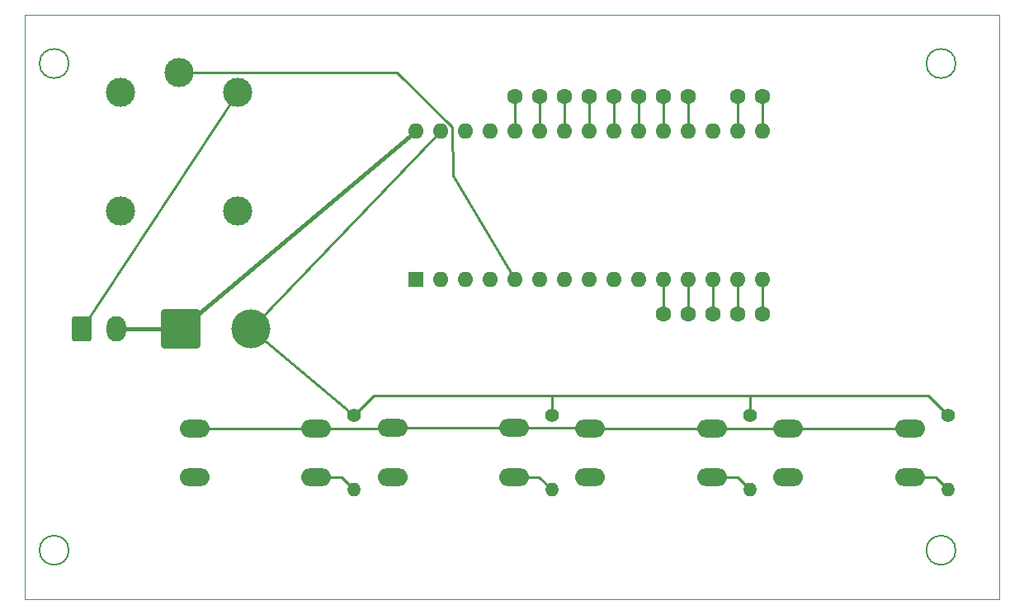
<source format=gbr>
%TF.GenerationSoftware,KiCad,Pcbnew,(6.0.7)*%
%TF.CreationDate,2023-03-20T00:03:39-04:00*%
%TF.ProjectId,timer,74696d65-722e-46b6-9963-61645f706362,rev?*%
%TF.SameCoordinates,Original*%
%TF.FileFunction,Copper,L1,Top*%
%TF.FilePolarity,Positive*%
%FSLAX46Y46*%
G04 Gerber Fmt 4.6, Leading zero omitted, Abs format (unit mm)*
G04 Created by KiCad (PCBNEW (6.0.7)) date 2023-03-20 00:03:39*
%MOMM*%
%LPD*%
G01*
G04 APERTURE LIST*
G04 Aperture macros list*
%AMRoundRect*
0 Rectangle with rounded corners*
0 $1 Rounding radius*
0 $2 $3 $4 $5 $6 $7 $8 $9 X,Y pos of 4 corners*
0 Add a 4 corners polygon primitive as box body*
4,1,4,$2,$3,$4,$5,$6,$7,$8,$9,$2,$3,0*
0 Add four circle primitives for the rounded corners*
1,1,$1+$1,$2,$3*
1,1,$1+$1,$4,$5*
1,1,$1+$1,$6,$7*
1,1,$1+$1,$8,$9*
0 Add four rect primitives between the rounded corners*
20,1,$1+$1,$2,$3,$4,$5,0*
20,1,$1+$1,$4,$5,$6,$7,0*
20,1,$1+$1,$6,$7,$8,$9,0*
20,1,$1+$1,$8,$9,$2,$3,0*%
G04 Aperture macros list end*
%TA.AperFunction,Profile*%
%ADD10C,0.150000*%
%TD*%
%TA.AperFunction,Profile*%
%ADD11C,0.100000*%
%TD*%
%TA.AperFunction,ComponentPad*%
%ADD12C,1.600000*%
%TD*%
%TA.AperFunction,ComponentPad*%
%ADD13C,3.000000*%
%TD*%
%TA.AperFunction,ComponentPad*%
%ADD14O,1.600000X1.600000*%
%TD*%
%TA.AperFunction,ComponentPad*%
%ADD15R,1.600000X1.600000*%
%TD*%
%TA.AperFunction,ComponentPad*%
%ADD16RoundRect,0.250000X-1.750000X-1.750000X1.750000X-1.750000X1.750000X1.750000X-1.750000X1.750000X0*%
%TD*%
%TA.AperFunction,ComponentPad*%
%ADD17C,4.000000*%
%TD*%
%TA.AperFunction,ComponentPad*%
%ADD18O,3.048000X1.850000*%
%TD*%
%TA.AperFunction,ComponentPad*%
%ADD19C,1.400000*%
%TD*%
%TA.AperFunction,ComponentPad*%
%ADD20O,1.400000X1.400000*%
%TD*%
%TA.AperFunction,ComponentPad*%
%ADD21O,2.000000X2.600000*%
%TD*%
%TA.AperFunction,ComponentPad*%
%ADD22RoundRect,0.250000X-0.750000X-1.050000X0.750000X-1.050000X0.750000X1.050000X-0.750000X1.050000X0*%
%TD*%
%TA.AperFunction,Conductor*%
%ADD23C,0.250000*%
%TD*%
%TA.AperFunction,Conductor*%
%ADD24C,0.400000*%
%TD*%
G04 APERTURE END LIST*
D10*
X121500000Y-60000000D02*
G75*
G03*
X121500000Y-60000000I-1500000J0D01*
G01*
X212500000Y-60000000D02*
G75*
G03*
X212500000Y-60000000I-1500000J0D01*
G01*
X121500000Y-110000000D02*
G75*
G03*
X121500000Y-110000000I-1500000J0D01*
G01*
D11*
X117000000Y-55000000D02*
X217000000Y-55000000D01*
X217000000Y-55000000D02*
X217000000Y-115000000D01*
X217000000Y-115000000D02*
X117000000Y-115000000D01*
X117000000Y-115000000D02*
X117000000Y-55000000D01*
D10*
X212500000Y-110000000D02*
G75*
G03*
X212500000Y-110000000I-1500000J0D01*
G01*
D12*
%TO.P,3.3V,*%
%TO.N,unconnected-(A1-Pad17)*%
X190170000Y-63424000D03*
%TD*%
%TO.P,D13,*%
%TO.N,unconnected-(A1-Pad16)*%
X192710000Y-63424000D03*
%TD*%
%TO.P,A1,*%
%TO.N,unconnected-(A1-Pad20)*%
X182550000Y-63424000D03*
%TD*%
%TO.P,A0,*%
%TO.N,unconnected-(A1-Pad19)*%
X185090000Y-63424000D03*
%TD*%
%TO.P,A2,*%
%TO.N,unconnected-(A1-Pad21)*%
X180010000Y-63424000D03*
%TD*%
%TO.P,A4,*%
%TO.N,unconnected-(A1-Pad23)*%
X174930000Y-63424000D03*
%TD*%
%TO.P,A6,*%
%TO.N,unconnected-(A1-Pad25)*%
X169850000Y-63424000D03*
%TD*%
%TO.P,A3,*%
%TO.N,unconnected-(A1-Pad22)*%
X177470000Y-63424000D03*
%TD*%
%TO.P,A5,*%
%TO.N,unconnected-(A1-Pad24)*%
X172390000Y-63424000D03*
%TD*%
%TO.P,A7,*%
%TO.N,unconnected-(A1-Pad26)*%
X167310000Y-63424000D03*
%TD*%
%TO.P,D12,*%
%TO.N,unconnected-(A1-Pad15)*%
X192710000Y-85776000D03*
%TD*%
%TO.P,D11,*%
%TO.N,unconnected-(A1-Pad14)*%
X190170000Y-85776000D03*
%TD*%
%TO.P,D10,*%
%TO.N,unconnected-(A1-Pad13)*%
X187630000Y-85776000D03*
%TD*%
%TO.P,D9,*%
%TO.N,unconnected-(A1-Pad12)*%
X185090000Y-85776000D03*
%TD*%
%TO.P,D8,*%
%TO.N,unconnected-(A1-Pad11)*%
X182550000Y-85776000D03*
%TD*%
D13*
%TO.P,Relay,11*%
%TO.N,Net-(K2-Pad11)*%
X132800000Y-60950000D03*
%TO.P,Relay,12*%
%TO.N,unconnected-(K2-Pad12)*%
X138800000Y-75150000D03*
%TO.P,Relay,14*%
%TO.N,Net-(V2-Pad2)*%
X126800000Y-75150000D03*
%TO.P,Relay,A1*%
X126800000Y-62950000D03*
%TO.P,Relay,A2*%
%TO.N,Net-(LS1-Pad1)*%
X138800000Y-62950000D03*
%TD*%
D14*
%TO.P,A1,30,VIN*%
%TO.N,Net-(LS1-Pad2)*%
X157150000Y-66970000D03*
%TO.P,A1,29,GND*%
%TO.N,Net-(V2-Pad2)*%
X159690000Y-66970000D03*
%TO.P,A1,28,~{RESET}*%
%TO.N,unconnected-(A1-Pad28)*%
X162230000Y-66970000D03*
%TO.P,A1,27,+5V*%
%TO.N,Net-(SW1-Pad1)*%
X164770000Y-66970000D03*
%TO.P,A1,26,A7*%
%TO.N,unconnected-(A1-Pad26)*%
X167310000Y-66970000D03*
%TO.P,A1,25,A6*%
%TO.N,unconnected-(A1-Pad25)*%
X169850000Y-66970000D03*
%TO.P,A1,24,A5*%
%TO.N,unconnected-(A1-Pad24)*%
X172390000Y-66970000D03*
%TO.P,A1,23,A4*%
%TO.N,unconnected-(A1-Pad23)*%
X174930000Y-66970000D03*
%TO.P,A1,22,A3*%
%TO.N,unconnected-(A1-Pad22)*%
X177470000Y-66970000D03*
%TO.P,A1,21,A2*%
%TO.N,unconnected-(A1-Pad21)*%
X180010000Y-66970000D03*
%TO.P,A1,20,A1*%
%TO.N,unconnected-(A1-Pad20)*%
X182550000Y-66970000D03*
%TO.P,A1,19,A0*%
%TO.N,unconnected-(A1-Pad19)*%
X185090000Y-66970000D03*
%TO.P,A1,18,AREF*%
%TO.N,unconnected-(A1-Pad18)*%
X187630000Y-66970000D03*
%TO.P,A1,17,3V3*%
%TO.N,unconnected-(A1-Pad17)*%
X190170000Y-66970000D03*
%TO.P,A1,16,D13*%
%TO.N,unconnected-(A1-Pad16)*%
X192710000Y-66970000D03*
%TO.P,A1,15,D12*%
%TO.N,unconnected-(A1-Pad15)*%
X192710000Y-82210000D03*
%TO.P,A1,14,D11*%
%TO.N,unconnected-(A1-Pad14)*%
X190170000Y-82210000D03*
%TO.P,A1,13,D10*%
%TO.N,unconnected-(A1-Pad13)*%
X187630000Y-82210000D03*
%TO.P,A1,12,D9*%
%TO.N,unconnected-(A1-Pad12)*%
X185090000Y-82210000D03*
%TO.P,A1,11,D8*%
%TO.N,unconnected-(A1-Pad11)*%
X182550000Y-82210000D03*
%TO.P,A1,10,D7*%
%TO.N,Net-(R5-Pad2)*%
X180010000Y-82210000D03*
%TO.P,A1,9,D6*%
%TO.N,Net-(R3-Pad2)*%
X177470000Y-82210000D03*
%TO.P,A1,8,D5*%
%TO.N,Net-(R2-Pad2)*%
X174930000Y-82210000D03*
%TO.P,A1,7,D4*%
%TO.N,Net-(R1-Pad2)*%
X172390000Y-82210000D03*
%TO.P,A1,6,D3*%
%TO.N,unconnected-(A1-Pad6)*%
X169850000Y-82210000D03*
%TO.P,A1,5,D2*%
%TO.N,Net-(K2-Pad11)*%
X167310000Y-82210000D03*
%TO.P,A1,4,GND*%
%TO.N,unconnected-(A1-Pad4)*%
X164770000Y-82210000D03*
%TO.P,A1,3,~{RESET}*%
%TO.N,unconnected-(A1-Pad3)*%
X162230000Y-82210000D03*
%TO.P,A1,2,D0/RX*%
%TO.N,unconnected-(A1-Pad2)*%
X159690000Y-82210000D03*
D15*
%TO.P,A1,1,D1/TX*%
%TO.N,unconnected-(A1-Pad1)*%
X157150000Y-82210000D03*
%TD*%
D16*
%TO.P,Battery,1,+*%
%TO.N,Net-(LS1-Pad2)*%
X133020000Y-87300000D03*
D17*
%TO.P,Battery,2,-*%
%TO.N,Net-(V2-Pad2)*%
X140220000Y-87300000D03*
%TD*%
D18*
%TO.P,SW4,1,1*%
%TO.N,Net-(R5-Pad2)*%
X207840000Y-102500000D03*
X195340000Y-102500000D03*
%TO.P,SW4,2,2*%
%TO.N,Net-(SW1-Pad1)*%
X207840000Y-97500000D03*
X195340000Y-97500000D03*
%TD*%
%TO.P,SW3,1,1*%
%TO.N,Net-(R3-Pad2)*%
X187520000Y-102500000D03*
X175020000Y-102500000D03*
%TO.P,SW3,2,2*%
%TO.N,Net-(SW1-Pad1)*%
X187520000Y-97500000D03*
X175020000Y-97500000D03*
%TD*%
%TO.P,SW2,1,1*%
%TO.N,Net-(SW1-Pad1)*%
X154720000Y-97460000D03*
X167220000Y-97460000D03*
%TO.P,SW2,2,2*%
%TO.N,Net-(R2-Pad2)*%
X154720000Y-102460000D03*
X167220000Y-102460000D03*
%TD*%
%TO.P,SW1,1,1*%
%TO.N,Net-(SW1-Pad1)*%
X134400000Y-97500000D03*
X146900000Y-97500000D03*
%TO.P,SW1,2,2*%
%TO.N,Net-(R1-Pad2)*%
X134400000Y-102500000D03*
X146900000Y-102500000D03*
%TD*%
D19*
%TO.P,R5,1*%
%TO.N,Net-(V2-Pad2)*%
X211760000Y-96190000D03*
D20*
%TO.P,R5,2*%
%TO.N,Net-(R5-Pad2)*%
X211760000Y-103810000D03*
%TD*%
D19*
%TO.P,R3,1*%
%TO.N,Net-(V2-Pad2)*%
X191440000Y-96190000D03*
D20*
%TO.P,R3,2*%
%TO.N,Net-(R3-Pad2)*%
X191440000Y-103810000D03*
%TD*%
D19*
%TO.P,R2,1*%
%TO.N,Net-(V2-Pad2)*%
X171120000Y-96190000D03*
D20*
%TO.P,R2,2*%
%TO.N,Net-(R2-Pad2)*%
X171120000Y-103810000D03*
%TD*%
%TO.P,R1,2*%
%TO.N,Net-(R1-Pad2)*%
X150800000Y-103810000D03*
D19*
%TO.P,R1,1*%
%TO.N,Net-(V2-Pad2)*%
X150800000Y-96190000D03*
%TD*%
D21*
%TO.P,Speaker,2,2*%
%TO.N,Net-(LS1-Pad2)*%
X126360000Y-87300000D03*
D22*
%TO.P,Speaker,1,1*%
%TO.N,Net-(LS1-Pad1)*%
X122860000Y-87300000D03*
%TD*%
D23*
%TO.N,Net-(SW1-Pad1)*%
X195340000Y-97500000D02*
X207840000Y-97500000D01*
X187520000Y-97500000D02*
X195340000Y-97500000D01*
X175020000Y-97500000D02*
X187520000Y-97500000D01*
X174980000Y-97460000D02*
X175020000Y-97500000D01*
X167220000Y-97460000D02*
X174980000Y-97460000D01*
X154720000Y-97460000D02*
X167220000Y-97460000D01*
%TO.N,Net-(V2-Pad2)*%
X150800000Y-96190000D02*
X140220000Y-87300000D01*
X140220000Y-87300000D02*
X159690000Y-66970000D01*
%TO.N,Net-(K2-Pad11)*%
X155203491Y-60892500D02*
X133020000Y-60892500D01*
X160815000Y-66504009D02*
X155203491Y-60892500D01*
X160960000Y-71552000D02*
X160815000Y-66504009D01*
X167310000Y-82210000D02*
X160960000Y-71552000D01*
D24*
%TO.N,Net-(LS1-Pad2)*%
X133020000Y-87300000D02*
X157150000Y-66970000D01*
D23*
%TO.N,Net-(LS1-Pad1)*%
X122860000Y-87300000D02*
X138800000Y-62950000D01*
%TO.N,Net-(V2-Pad2)*%
X191440000Y-96190000D02*
X191440000Y-94158000D01*
X191440000Y-94158000D02*
X171120000Y-94158000D01*
X209728000Y-94158000D02*
X191440000Y-94158000D01*
X171120000Y-96190000D02*
X171120000Y-94158000D01*
X171120000Y-94158000D02*
X152832000Y-94158000D01*
X152832000Y-94158000D02*
X150800000Y-96190000D01*
X211760000Y-96190000D02*
X209728000Y-94158000D01*
%TO.N,unconnected-(A1-Pad15)*%
X192710000Y-85776000D02*
X192710000Y-82210000D01*
%TO.N,unconnected-(A1-Pad14)*%
X190170000Y-85776000D02*
X190170000Y-82210000D01*
%TO.N,unconnected-(A1-Pad13)*%
X187630000Y-85776000D02*
X187630000Y-82210000D01*
%TO.N,unconnected-(A1-Pad12)*%
X185090000Y-85776000D02*
X185090000Y-82210000D01*
%TO.N,unconnected-(A1-Pad11)*%
X182550000Y-85776000D02*
X182550000Y-82210000D01*
%TO.N,unconnected-(A1-Pad16)*%
X192710000Y-66970000D02*
X192710000Y-63424000D01*
%TO.N,unconnected-(A1-Pad17)*%
X190170000Y-66970000D02*
X190170000Y-63424000D01*
%TO.N,unconnected-(A1-Pad19)*%
X185090000Y-66726000D02*
X185090000Y-63424000D01*
X184846000Y-66970000D02*
X185090000Y-66726000D01*
X185090000Y-66970000D02*
X184846000Y-66970000D01*
%TO.N,unconnected-(A1-Pad20)*%
X182550000Y-66970000D02*
X182550000Y-63424000D01*
%TO.N,unconnected-(A1-Pad21)*%
X180010000Y-66970000D02*
X180010000Y-63424000D01*
%TO.N,unconnected-(A1-Pad22)*%
X177470000Y-66970000D02*
X177470000Y-66980000D01*
X177470000Y-66980000D02*
X177470000Y-63424000D01*
%TO.N,unconnected-(A1-Pad23)*%
X174930000Y-66970000D02*
X174930000Y-63424000D01*
%TO.N,unconnected-(A1-Pad24)*%
X172390000Y-66970000D02*
X172390000Y-63424000D01*
%TO.N,unconnected-(A1-Pad25)*%
X169850000Y-66970000D02*
X169850000Y-63424000D01*
%TO.N,unconnected-(A1-Pad26)*%
X167310000Y-66970000D02*
X167310000Y-63424000D01*
%TO.N,Net-(R5-Pad2)*%
X207840000Y-102500000D02*
X210450000Y-102500000D01*
X210450000Y-102500000D02*
X211760000Y-103810000D01*
%TO.N,Net-(R3-Pad2)*%
X190130000Y-102500000D02*
X191440000Y-103810000D01*
X187520000Y-102500000D02*
X190130000Y-102500000D01*
%TO.N,Net-(R2-Pad2)*%
X169770000Y-102460000D02*
X171120000Y-103810000D01*
X167220000Y-102460000D02*
X169770000Y-102460000D01*
%TO.N,Net-(SW1-Pad1)*%
X135600000Y-97500000D02*
X146900000Y-97500000D01*
X135560000Y-97460000D02*
X135600000Y-97500000D01*
X135520000Y-97500000D02*
X135560000Y-97460000D01*
X134400000Y-97500000D02*
X135520000Y-97500000D01*
X155840000Y-97500000D02*
X155880000Y-97460000D01*
X146900000Y-97500000D02*
X155840000Y-97500000D01*
D24*
%TO.N,Net-(LS1-Pad2)*%
X126360000Y-87300000D02*
X133020000Y-87300000D01*
D23*
%TO.N,Net-(R1-Pad2)*%
X149490000Y-102500000D02*
X150800000Y-103810000D01*
X146900000Y-102500000D02*
X149490000Y-102500000D01*
%TD*%
M02*

</source>
